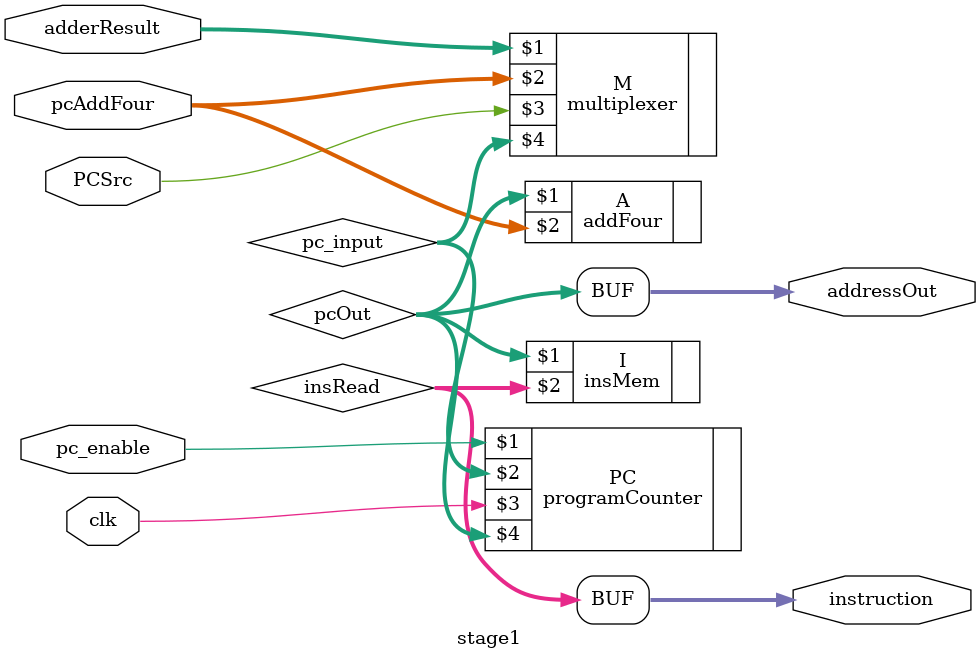
<source format=v>
module stage1 (clk,PCSrc,pc_enable,pcAddFour,adderResult,addressOut,instruction);
parameter Width = 32;

input [Width-1 : 0]adderResult,pcAddFour;
input pc_enable,PCSrc,clk;
output [Width-1 : 0]addressOut,instruction;

wire [Width-1:0] pc_input,pcOut,insRead;
multiplexer #(Width)M(adderResult,pcAddFour,PCSrc,pc_input);
programCounter PC(pc_enable,pc_input,clk,pcOut);
addFour A(pcOut,pcAddFour);
insMem I(pcOut,insRead);

assign addressOut = pcOut;
assign instruction = insRead;
    
endmodule
</source>
